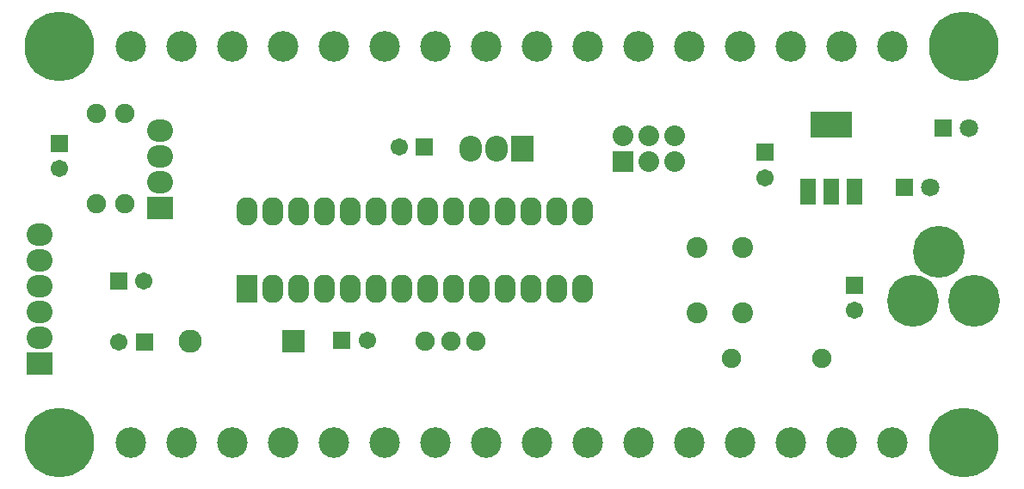
<source format=gbr>
G04 #@! TF.FileFunction,Soldermask,Top*
%FSLAX46Y46*%
G04 Gerber Fmt 4.6, Leading zero omitted, Abs format (unit mm)*
G04 Created by KiCad (PCBNEW (after 2015-mar-04 BZR unknown)-product) date 8/29/2015 7:40:19 PM*
%MOMM*%
G01*
G04 APERTURE LIST*
%ADD10C,0.150000*%
%ADD11R,1.708000X1.708000*%
%ADD12C,1.708000*%
%ADD13R,2.540000X2.235200*%
%ADD14O,2.540000X2.235200*%
%ADD15R,2.235200X2.540000*%
%ADD16O,2.235200X2.540000*%
%ADD17R,2.032000X2.032000*%
%ADD18C,2.032000*%
%ADD19C,3.007360*%
%ADD20C,6.858000*%
%ADD21C,1.905000*%
%ADD22C,2.057400*%
%ADD23O,2.082800X2.794000*%
%ADD24R,2.082800X2.794000*%
%ADD25R,4.165600X2.540000*%
%ADD26R,1.524000X2.540000*%
%ADD27C,2.286000*%
%ADD28R,2.286000X2.286000*%
%ADD29R,1.808000X1.808000*%
%ADD30C,1.808000*%
%ADD31C,5.108000*%
G04 APERTURE END LIST*
D10*
D11*
X92456000Y-93853000D03*
D12*
X92456000Y-96353000D03*
D11*
X98298000Y-107442000D03*
D12*
X100798000Y-107442000D03*
D11*
X100838000Y-113411000D03*
D12*
X98338000Y-113411000D03*
D11*
X120269000Y-113284000D03*
D12*
X122769000Y-113284000D03*
D11*
X128397000Y-94234000D03*
D12*
X125897000Y-94234000D03*
D11*
X161925000Y-94742000D03*
D12*
X161925000Y-97242000D03*
D11*
X170688000Y-107823000D03*
D12*
X170688000Y-110323000D03*
D13*
X90551000Y-115570000D03*
D14*
X90551000Y-113030000D03*
X90551000Y-110490000D03*
X90551000Y-107950000D03*
X90551000Y-105410000D03*
X90551000Y-102870000D03*
D15*
X138049000Y-94361000D03*
D16*
X135509000Y-94361000D03*
X132969000Y-94361000D03*
D17*
X147955000Y-95631000D03*
D18*
X147955000Y-93091000D03*
X150495000Y-95631000D03*
X150495000Y-93091000D03*
X153035000Y-95631000D03*
X153035000Y-93091000D03*
D19*
X174474000Y-123340000D03*
X169472740Y-123340000D03*
X164474020Y-123340000D03*
X159472760Y-123340000D03*
X154474040Y-123340000D03*
X149472780Y-123340000D03*
X144474060Y-123340000D03*
X139472800Y-123340000D03*
X99474000Y-84340000D03*
X104475260Y-84340000D03*
X109473980Y-84340000D03*
X114475240Y-84340000D03*
X119473960Y-84340000D03*
X124475220Y-84340000D03*
X129473940Y-84340000D03*
X134475200Y-84340000D03*
X139474000Y-84340000D03*
X144475260Y-84340000D03*
X149473980Y-84340000D03*
X154475240Y-84340000D03*
X159473960Y-84340000D03*
X164475220Y-84340000D03*
X169473940Y-84340000D03*
X174475200Y-84340000D03*
X134474000Y-123340000D03*
X129472740Y-123340000D03*
X124474020Y-123340000D03*
X119472760Y-123340000D03*
X114474040Y-123340000D03*
X109472780Y-123340000D03*
X104474060Y-123340000D03*
X99472800Y-123340000D03*
D13*
X102362000Y-100203000D03*
D14*
X102362000Y-97663000D03*
X102362000Y-95123000D03*
X102362000Y-92583000D03*
D20*
X181474000Y-123340000D03*
X181474000Y-84340000D03*
X92474000Y-123340000D03*
X92474000Y-84340000D03*
D21*
X96139000Y-99822000D03*
X96139000Y-90932000D03*
X98933000Y-99822000D03*
X98933000Y-90932000D03*
X167513000Y-115062000D03*
X158623000Y-115062000D03*
D22*
X155223560Y-104088800D03*
X159724440Y-104088800D03*
X155223560Y-110591200D03*
X159724440Y-110591200D03*
D23*
X113504000Y-108150000D03*
X116044000Y-108150000D03*
X118584000Y-108150000D03*
X121124000Y-108150000D03*
X123664000Y-108150000D03*
X126204000Y-108150000D03*
X128744000Y-108150000D03*
X131284000Y-108150000D03*
X133824000Y-108150000D03*
X136364000Y-108150000D03*
X138904000Y-108150000D03*
X141444000Y-108150000D03*
X143984000Y-108150000D03*
D24*
X110964000Y-108150000D03*
D23*
X143984000Y-100530000D03*
X141444000Y-100530000D03*
X138904000Y-100530000D03*
X136364000Y-100530000D03*
X133824000Y-100530000D03*
X131284000Y-100530000D03*
X128744000Y-100530000D03*
X126204000Y-100530000D03*
X123664000Y-100530000D03*
X121124000Y-100530000D03*
X118584000Y-100530000D03*
X116044000Y-100530000D03*
X113504000Y-100530000D03*
X110964000Y-100530000D03*
D25*
X168474000Y-92038000D03*
D26*
X168474000Y-98642000D03*
X170760000Y-98642000D03*
X166188000Y-98642000D03*
D21*
X128474640Y-113340000D03*
X133473360Y-113340000D03*
X130974000Y-113340000D03*
D27*
X105394000Y-113340000D03*
D28*
X115554000Y-113340000D03*
D29*
X175641000Y-98171000D03*
D30*
X178141000Y-98171000D03*
D29*
X179474000Y-92340000D03*
D30*
X181974000Y-92340000D03*
D31*
X182474000Y-109340000D03*
X176474000Y-109340000D03*
X178974000Y-104540000D03*
M02*

</source>
